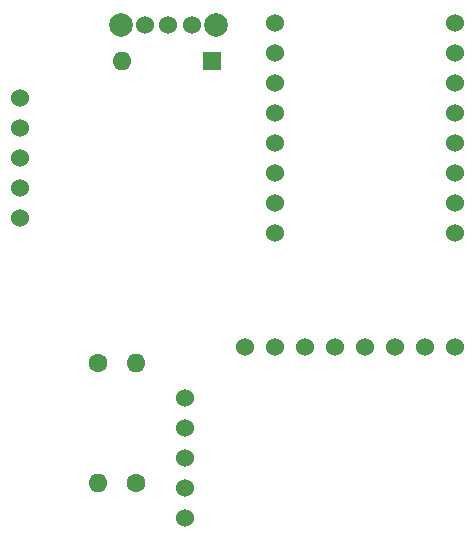
<source format=gbr>
%TF.GenerationSoftware,KiCad,Pcbnew,6.0.2+dfsg-1*%
%TF.CreationDate,2022-08-14T14:56:28+10:00*%
%TF.ProjectId,pcb,7063622e-6b69-4636-9164-5f7063625858,rev?*%
%TF.SameCoordinates,Original*%
%TF.FileFunction,Soldermask,Bot*%
%TF.FilePolarity,Negative*%
%FSLAX46Y46*%
G04 Gerber Fmt 4.6, Leading zero omitted, Abs format (unit mm)*
G04 Created by KiCad (PCBNEW 6.0.2+dfsg-1) date 2022-08-14 14:56:28*
%MOMM*%
%LPD*%
G01*
G04 APERTURE LIST*
%ADD10C,1.524000*%
%ADD11C,2.000000*%
%ADD12C,1.600000*%
%ADD13O,1.600000X1.600000*%
%ADD14R,1.600000X1.600000*%
G04 APERTURE END LIST*
D10*
%TO.C,SW1*%
X112125000Y-71875000D03*
X114125000Y-71875000D03*
X116125000Y-71875000D03*
D11*
X118125000Y-71875000D03*
X110125000Y-71875000D03*
%TD*%
D10*
%TO.C,U5*%
X120590000Y-99155000D03*
X123130000Y-99155000D03*
X125670000Y-99155000D03*
X128210000Y-99155000D03*
X130750000Y-99155000D03*
X133290000Y-99155000D03*
X135830000Y-99155000D03*
X138370000Y-99155000D03*
%TD*%
%TO.C,U3*%
X123190000Y-71755000D03*
X123190000Y-74295000D03*
X123190000Y-76835000D03*
X123190000Y-79375000D03*
X123190000Y-81915000D03*
X123190000Y-84455000D03*
X123190000Y-86995000D03*
X123190000Y-89535000D03*
X138430000Y-89535000D03*
X138430000Y-86995000D03*
X138430000Y-84455000D03*
X138430000Y-81915000D03*
X138430000Y-79375000D03*
X138430000Y-76835000D03*
X138430000Y-74295000D03*
X138430000Y-71755000D03*
%TD*%
D12*
%TO.C,R1*%
X108200000Y-100520000D03*
D13*
X108200000Y-110680000D03*
%TD*%
D14*
%TO.C,D1*%
X117810000Y-75000000D03*
D13*
X110190000Y-75000000D03*
%TD*%
D10*
%TO.C,U1*%
X101600000Y-78105000D03*
X101600000Y-80645000D03*
X101600000Y-83185000D03*
X101600000Y-85725000D03*
X101600000Y-88265000D03*
%TD*%
D13*
%TO.C,R2*%
X111400000Y-100520000D03*
D12*
X111400000Y-110680000D03*
%TD*%
D10*
%TO.C,U2*%
X115570000Y-103505000D03*
X115570000Y-106045000D03*
X115570000Y-108585000D03*
X115570000Y-111125000D03*
X115570000Y-113665000D03*
%TD*%
M02*

</source>
